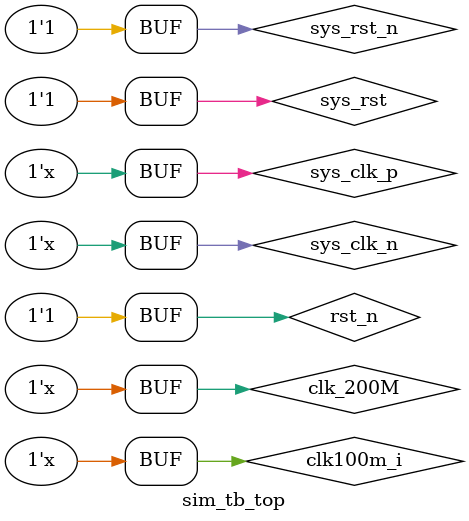
<source format=v>


`timescale 1ns / 1ps

module sim_tb_top;


//	GSR GSR(.GSRI(1'b1));


    wire [63:00] tx_data			; 
		wire [00:00] tx_en   			;
		reg  [00:00] enable_i			;
 		reg          clk_200M      ;

		reg          i_wr_clk     ;
		reg  [63:0]  im_wr_data   ;
 		wire          i_wr_en      ;
 		
 		reg          i_rd_clk     ;
 		wire [63:0]  om_rd_data   ;
 		reg          i_rd_en      ;
 		
 		
		wire [28:0] ddr3_addr      ;               
    wire [2:0] ddr3_ba         ;              
    wire ddr3_cas_n            ;        
    wire ddr3_ck_n             ;        
    wire ddr3_ck_p             ;        
    wire ddr3_cke              ;        
    wire ddr3_ras_n            ;        
    wire ddr3_reset_n          ;        
    wire ddr3_we_n             ;        
    wire [63:0] ddr3_dq        ;               
    wire [7:0] ddr3_dqs_n            ;        
    wire [7:0] ddr3_dqs_p            ;        
    wire init_calib_complete   ;
    reg [511:0] app_wdf_data;    
    wire ui_clk;    
      
	  wire ddr3_cs_n             ;        
    wire [7:0] ddr3_dm               ;        
    wire ddr3_odt              ;        
		wire sys_clk_p             ;        
    wire sys_clk_n             ;        
//    wire sys_rst               ;        
	
	
	
	
	
	
	reg clk100m_i ;
	
	
	
    reg rst_n;
    initial begin
			clk_200M = 1'b1 ;
			clk100m_i = 1'b0;
			rst_n    = 1'b0 ;
			#100.1
			rst_n    = 1'b1 ;
		end
    
    	// initial begin
     		// enable_i = 0;
     	// wait(u_ddr3_mag.u_mig_7series_0.init_calib_complete == 1) //µÈ´ýDDR³õÊ¼»¯Íê³ÉÖ®ºó£¬½«·¢ÊýÊ¹ÄÜÀ­¸ß¡£
     	// #10.1
     		// enable_i = 1;
     	// end
		
		always #2.5  clk_200M <= ~clk_200M ;//Õâ¸öÊ±ÖÓÓÃÓÚUIÄ£¿éºÍAURORA·¢ÊýÄ£¿é¡£
		always @(posedge ui_clk or negedge rst_n) begin
			if(~rst_n) begin
				app_wdf_data <= 512'd0;
			end else begin
				app_wdf_data <= {$random} % 64;
			end
		end


		assign  sys_clk_p = clk_200M 	; // ÓÃÓÚDDRµÄ²î·ÖÊ±ÖÓ
		assign  sys_clk_n = ~sys_clk_p 	; //ÓÃÓÚDDRµÄ²î·ÖÊ±ÖÓ
		
		always #5 clk100m_i = ~clk100m_i;
    
//    always #2.5 clk_ref = ~clk_ref;
 		
 		//**************************************************************************//

  //**************************************************************************//
  // Reset Generation
  //**************************************************************************//
  reg sys_rst_n;
  wire sys_rst;
  initial begin
    sys_rst_n = 1'b0;
    #20
      sys_rst_n = 1'b1;
   end

   assign sys_rst = sys_rst_n;
 		



    
/*
    
    
    ddr3_mag u_ddr3_mag(

	 .i_wr_clk(clk_200M)                        ,
	 .im_wr_data(tx_data)               ,
	 .i_wr_en(tx_en)                         ,
	
	 .i_rd_clk(clk_200M)                        ,
	 .i_rd_en(1)                         ,
   .om_rd_data(om_rd_data)              ,
	

	 // Memory interface ports
   .ddr3_addr(ddr3_addr)               ,
   .ddr3_ba(ddr3_ba)                  ,
   .ddr3_cas_n(ddr3_cas_n)                     ,
   .ddr3_ck_n(ddr3_ck_n)                      ,
   .ddr3_ck_p(ddr3_ck_p)                      ,
   .ddr3_cke(ddr3_cke)                       ,
   .ddr3_ras_n(ddr3_ras_n)                     ,
   .ddr3_reset_n(ddr3_reset_n)                   ,
   .ddr3_we_n(ddr3_we_n)                      ,
   .ddr3_dq(ddr3_dq)                  ,
   .ddr3_dqs_n(ddr3_dqs_n)                ,
   .ddr3_dqs_p(ddr3_dqs_p)                ,
   .init_calib_complete(init_calib_complete)            ,
      
	 .ddr3_cs_n(ddr3_cs_n)                      ,
   .ddr3_dm(ddr3_dm)                  ,
   .ddr3_odt(ddr3_odt)                       ,
    
    // System Clock Ports
   .sys_clk_p(sys_clk_p)                       ,
   .sys_clk_n(sys_clk_n)                       ,
   .sys_rst(sys_rst)                         

    );
    */
	
	
//////////////////////////////////////////////////////////////////////////////////////	
	
	
	ddr3_ceshi1 ddr3_ceshi1(

		. ddr3_dq(ddr3_dq),
		. ddr3_dqs_n(ddr3_dqs_n),
		. ddr3_dqs_p(ddr3_dqs_p),

		. ddr3_addr(ddr3_addr),
		. ddr3_ba(ddr3_ba),
		. ddr3_ras_n(ddr3_ras_n),
		. ddr3_cas_n(ddr3_cas_n),
		. ddr3_we_n(ddr3_we_n),
		. ddr3_reset_n(ddr3_reset_n),
		. ddr3_ck_p(ddr3_ck_p),
		. ddr3_ck_n(ddr3_ck_n),
		. ddr3_cke(ddr3_cke),
		. ddr3_cs_n(ddr3_cs_n),
		. ddr3_dm(ddr3_dm),
		. ddr3_odt(ddr3_odt),
		
		. ui_clk(ui_clk),
		. ui_clk_sync_rst(ui_clk_sync_rst),

		. clk100m_i(clk100m_i),
		. app_wdf_data(app_wdf_data)
		
		);
	
	
	
	
	
	
	
	
	
	
	
	
	
	
	
	
	
	
	
	
	
	
	
	
	
	
    
    /*
    
    //Àý»¯Ò»¸ö·¢Êý¾ÝµÄÄ£¿é
    test_aurora_rtx #(
  		.DL(8000)  , //²âÊÔÊý¾ÝÖÜÆÚ³¤¶È£¬1~4096
  		.DW(64)     //²âÊÔÊý¾ÝÎ»¿í,1~64
  	)
  	u_test_aurora_rtx
  	(
  		.rx_rst_i (),  //½ÓÊÕÊý¾Ý¸´Î»
  		.rx_clk_i (),  //½ÓÊÕÊý¾ÝÊ±ÖÓ
  		.rx_data_i(),  //½ÓÊÕÊý¾Ý
  		.rx_en_i  (),  //½ÓÊÕÊý¾ÝÊ¹ÄÜ
  		          
  		.tx_rst_i (rst_n	),  //·¢ÉäÊý¾Ý¸´Î»,¸ßµçÆ½¸´Î»
  		.tx_clk_i (clk_200M	),  //·¢ÉäÊý¾ÝÊ±ÖÓ
  		.enable_i (enable_i ),  //Æô¶¯¼ÆÊýÊ¹ÄÜ£¬¸ßµçÆ½ÓÐÐ§
  		.tx_dl_i  (12'd2000  ),  //·¢ÉäÊý¾ÝÓÐÐ§³¤¶È¿éµÄ³¤¶È,ÖÜÆÚ³¤¶ÈDLÎª3276
  		.tx_data_o(tx_data  ),  //·¢ÉäÊý¾Ý
  		.tx_en_o  (tx_en    ),  //·¢ÉäÊý¾ÝÊ¹ÄÜ
  		.err_o    ()
  	);
    
    */

   
  	genvar r,i;
	generate
	for (r = 0; r < 1; r = r + 1) begin: mem_rnk
		for (i = 0; i < 4; i = i + 1) begin: gen_mem
			ddr3_model u_ddr3_model(
    			.rst_n		(ddr3_reset_n	),
    			.ck			(ddr3_ck_p		),
    			.ck_n		(ddr3_ck_n		),
    			.cke		(ddr3_cke		),
    			.cs_n		(ddr3_cs_n		),
    			.ras_n		(ddr3_ras_n		),
    			.cas_n		(ddr3_cas_n		),
    			.we_n		(ddr3_we_n		),
    			.dm_tdqs	(ddr3_dm[(2*(i+1)-1):(2*i)]	),
    			.ba			(ddr3_ba		),
    			.addr		(ddr3_addr		),
    			.dq			(ddr3_dq[16*(i+1)-1:16*(i)]		),
    			.dqs		(ddr3_dqs_p[(2*(i+1)-1):(2*i)]			),
    			.dqs_n		(ddr3_dqs_n[(2*(i+1)-1):(2*i)]		),
    			.tdqs_n		(),
    			.odt		(ddr3_odt		)
			);
		end
	end
	endgenerate  
    
    
endmodule

</source>
